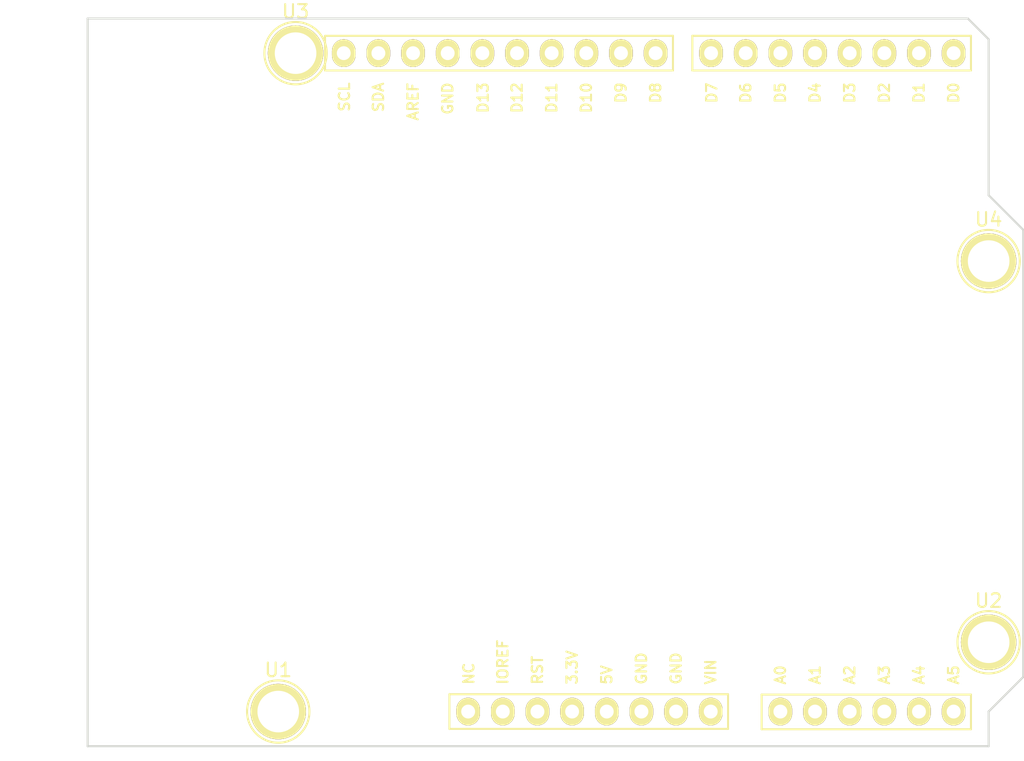
<source format=kicad_pcb>
(kicad_pcb (version 4) (host pcbnew 4.0.4+e1-6308~48~ubuntu14.04.1-stable)

  (general
    (links 5)
    (no_connects 5)
    (area 104.572999 71.338 179.653001 129.172)
    (thickness 1.6)
    (drawings 26)
    (tracks 0)
    (zones 0)
    (modules 5)
    (nets 5)
  )

  (page USLetter)
  (title_block
    (company "Released under the CERN Open Hardware License v1.2")
    (comment 1 "jenner@wickerbox.net - http://wickerbox.net")
    (comment 2 "Designed by Jenner at Wickerbox Electronics")
  )

  (layers
    (0 F.Cu signal)
    (31 B.Cu signal)
    (34 B.Paste user)
    (35 F.Paste user)
    (36 B.SilkS user)
    (37 F.SilkS user)
    (38 B.Mask user)
    (39 F.Mask user)
    (44 Edge.Cuts user)
    (46 B.CrtYd user)
    (47 F.CrtYd user)
    (48 B.Fab user)
    (49 F.Fab user)
  )

  (setup
    (last_trace_width 0.254)
    (user_trace_width 0.1524)
    (user_trace_width 0.254)
    (user_trace_width 0.3302)
    (user_trace_width 0.508)
    (user_trace_width 0.762)
    (user_trace_width 1.27)
    (trace_clearance 0.254)
    (zone_clearance 0.508)
    (zone_45_only no)
    (trace_min 0.1524)
    (segment_width 0.1524)
    (edge_width 0.1524)
    (via_size 0.6858)
    (via_drill 0.3302)
    (via_min_size 0.6858)
    (via_min_drill 0.3302)
    (user_via 0.6858 0.3302)
    (user_via 0.762 0.4064)
    (user_via 0.8636 0.508)
    (uvia_size 0.6858)
    (uvia_drill 0.3302)
    (uvias_allowed no)
    (uvia_min_size 0)
    (uvia_min_drill 0)
    (pcb_text_width 0.1524)
    (pcb_text_size 1.016 1.016)
    (mod_edge_width 0.1524)
    (mod_text_size 1.016 1.016)
    (mod_text_width 0.1524)
    (pad_size 1.524 1.524)
    (pad_drill 0.762)
    (pad_to_mask_clearance 0.0762)
    (solder_mask_min_width 0.1016)
    (pad_to_paste_clearance -0.0762)
    (aux_axis_origin 0 0)
    (visible_elements FFFEDF7D)
    (pcbplotparams
      (layerselection 0x310fc_80000001)
      (usegerberextensions true)
      (excludeedgelayer true)
      (linewidth 0.100000)
      (plotframeref false)
      (viasonmask false)
      (mode 1)
      (useauxorigin false)
      (hpglpennumber 1)
      (hpglpenspeed 20)
      (hpglpendiameter 15)
      (hpglpenoverlay 2)
      (psnegative false)
      (psa4output false)
      (plotreference true)
      (plotvalue true)
      (plotinvisibletext false)
      (padsonsilk false)
      (subtractmaskfromsilk false)
      (outputformat 1)
      (mirror false)
      (drillshape 0)
      (scaleselection 1)
      (outputdirectory gerbers))
  )

  (net 0 "")
  (net 1 GND)
  (net 2 +3V3)
  (net 3 /A4)
  (net 4 /A5)

  (net_class Default "This is the default net class."
    (clearance 0.254)
    (trace_width 0.254)
    (via_dia 0.6858)
    (via_drill 0.3302)
    (uvia_dia 0.6858)
    (uvia_drill 0.3302)
    (add_net +3V3)
    (add_net /A4)
    (add_net /A5)
    (add_net GND)
  )

  (module Wickerlib:ARDUINO-101-SHIELD locked (layer F.Cu) (tedit 57283FB2) (tstamp 5728CC97)
    (at 133.8072 123.825)
    (descr "Through hole socket strip")
    (tags "socket strip")
    (path /572986CB)
    (fp_text reference U5 (at 13.97 2.794) (layer F.SilkS) hide
      (effects (font (size 1 1) (thickness 0.15)))
    )
    (fp_text value ARDUINO-101-SHIELD (at 13.97 4.318) (layer F.Fab) hide
      (effects (font (size 1 1) (thickness 0.15)))
    )
    (fp_text user NC (at 5.1308 -2.779486 90) (layer F.SilkS)
      (effects (font (size 0.762 0.762) (thickness 0.1524)))
    )
    (fp_line (start 3.33 -1.75) (end 3.33 1.75) (layer F.CrtYd) (width 0.05))
    (fp_line (start 24.63 -1.75) (end 24.63 1.75) (layer F.CrtYd) (width 0.05))
    (fp_line (start 3.33 -1.75) (end 24.63 -1.75) (layer F.CrtYd) (width 0.05))
    (fp_line (start 3.33 1.75) (end 24.63 1.75) (layer F.CrtYd) (width 0.05))
    (fp_line (start 3.7084 1.27) (end 24.13 1.27) (layer F.SilkS) (width 0.15))
    (fp_line (start 24.13 1.27) (end 24.13 -1.27) (layer F.SilkS) (width 0.15))
    (fp_line (start 24.13 -1.27) (end 3.7084 -1.27) (layer F.SilkS) (width 0.15))
    (fp_line (start 3.7084 1.27) (end 3.7084 -1.27) (layer F.SilkS) (width 0.15))
    (fp_text user IOREF (at 7.62 -3.6322 90) (layer F.SilkS)
      (effects (font (size 0.762 0.762) (thickness 0.1524)))
    )
    (fp_text user RST (at 10.16 -3.033485 90) (layer F.SilkS)
      (effects (font (size 0.762 0.762) (thickness 0.1524)))
    )
    (fp_text user 3.3V (at 12.7 -3.233057 90) (layer F.SilkS)
      (effects (font (size 0.762 0.762) (thickness 0.1524)))
    )
    (fp_text user 5V (at 15.24 -2.688771 90) (layer F.SilkS)
      (effects (font (size 0.762 0.762) (thickness 0.1524)))
    )
    (fp_text user GND (at 17.78 -3.160486 90) (layer F.SilkS)
      (effects (font (size 0.762 0.762) (thickness 0.1524)))
    )
    (fp_text user GND (at 20.32 -3.160486 90) (layer F.SilkS)
      (effects (font (size 0.762 0.762) (thickness 0.1524)))
    )
    (fp_text user VIN (at 22.86 -2.906486 90) (layer F.SilkS)
      (effects (font (size 0.762 0.762) (thickness 0.1524)))
    )
    (fp_line (start 41.9354 -1.2446) (end 26.5938 -1.2446) (layer F.SilkS) (width 0.15))
    (fp_line (start 41.9354 1.2954) (end 41.9354 -1.2446) (layer F.SilkS) (width 0.15))
    (fp_text user A4 (at 38.1254 -2.688771 90) (layer F.SilkS)
      (effects (font (size 0.762 0.762) (thickness 0.1524)))
    )
    (fp_text user A3 (at 35.5854 -2.688771 90) (layer F.SilkS)
      (effects (font (size 0.762 0.762) (thickness 0.1524)))
    )
    (fp_text user A5 (at 40.6654 -2.688771 90) (layer F.SilkS)
      (effects (font (size 0.762 0.762) (thickness 0.1524)))
    )
    (fp_text user A0 (at 27.9654 -2.688771 90) (layer F.SilkS)
      (effects (font (size 0.762 0.762) (thickness 0.1524)))
    )
    (fp_text user A1 (at 30.5054 -2.688771 90) (layer F.SilkS)
      (effects (font (size 0.762 0.762) (thickness 0.1524)))
    )
    (fp_line (start 26.5938 1.2954) (end 41.9354 1.2954) (layer F.SilkS) (width 0.15))
    (fp_line (start 26.5938 1.2954) (end 26.5938 -1.2446) (layer F.SilkS) (width 0.15))
    (fp_text user A2 (at 33.0454 -2.688771 90) (layer F.SilkS)
      (effects (font (size 0.762 0.762) (thickness 0.1524)))
    )
    (fp_line (start 26.2154 -1.7246) (end 42.4354 -1.7246) (layer F.CrtYd) (width 0.05))
    (fp_line (start 26.2154 -1.7246) (end 26.2154 1.7754) (layer F.CrtYd) (width 0.05))
    (fp_line (start 42.4354 -1.7246) (end 42.4354 1.7754) (layer F.CrtYd) (width 0.05))
    (fp_line (start 26.2154 1.7754) (end 42.4354 1.7754) (layer F.CrtYd) (width 0.05))
    (fp_text user D2 (at 35.5854 -45.349886 90) (layer F.SilkS)
      (effects (font (size 0.762 0.762) (thickness 0.1524)))
    )
    (fp_line (start 41.9354 -46.99) (end 41.9354 -49.53) (layer F.SilkS) (width 0.15))
    (fp_text user D0 (at 40.6654 -45.349886 90) (layer F.SilkS)
      (effects (font (size 0.762 0.762) (thickness 0.1524)))
    )
    (fp_text user D1 (at 38.1254 -45.349886 90) (layer F.SilkS)
      (effects (font (size 0.762 0.762) (thickness 0.1524)))
    )
    (fp_line (start 41.9354 -49.53) (end 21.5138 -49.53) (layer F.SilkS) (width 0.15))
    (fp_text user D4 (at 30.5054 -45.349886 90) (layer F.SilkS)
      (effects (font (size 0.762 0.762) (thickness 0.1524)))
    )
    (fp_text user D5 (at 27.9654 -45.349886 90) (layer F.SilkS)
      (effects (font (size 0.762 0.762) (thickness 0.1524)))
    )
    (fp_line (start 21.5138 -46.99) (end 21.5138 -49.53) (layer F.SilkS) (width 0.15))
    (fp_text user D6 (at 25.4254 -45.349886 90) (layer F.SilkS)
      (effects (font (size 0.762 0.762) (thickness 0.1524)))
    )
    (fp_text user D7 (at 22.9362 -45.349886 90) (layer F.SilkS)
      (effects (font (size 0.762 0.762) (thickness 0.1524)))
    )
    (fp_line (start 21.5138 -46.99) (end 41.9354 -46.99) (layer F.SilkS) (width 0.15))
    (fp_text user D3 (at 33.0454 -45.349886 90) (layer F.SilkS)
      (effects (font (size 0.762 0.762) (thickness 0.1524)))
    )
    (fp_line (start 21.1354 -50.01) (end 21.1354 -46.51) (layer F.CrtYd) (width 0.05))
    (fp_line (start 42.4354 -50.01) (end 42.4354 -46.51) (layer F.CrtYd) (width 0.05))
    (fp_line (start 21.1354 -50.01) (end 42.4354 -50.01) (layer F.CrtYd) (width 0.05))
    (fp_line (start 21.1354 -46.51) (end 42.4354 -46.51) (layer F.CrtYd) (width 0.05))
    (fp_line (start 20.0914 -49.53) (end -5.3848 -49.53) (layer F.SilkS) (width 0.15))
    (fp_text user D10 (at 13.7414 -44.987029 90) (layer F.SilkS)
      (effects (font (size 0.762 0.762) (thickness 0.1524)))
    )
    (fp_text user D12 (at 8.6614 -44.987029 90) (layer F.SilkS)
      (effects (font (size 0.762 0.762) (thickness 0.1524)))
    )
    (fp_line (start -5.3848 -46.99) (end 20.0914 -46.99) (layer F.SilkS) (width 0.15))
    (fp_text user D9 (at 16.2814 -45.349886 90) (layer F.SilkS)
      (effects (font (size 0.762 0.762) (thickness 0.1524)))
    )
    (fp_text user D8 (at 18.8214 -45.349886 90) (layer F.SilkS)
      (effects (font (size 0.762 0.762) (thickness 0.1524)))
    )
    (fp_line (start 20.0914 -46.99) (end 20.0914 -49.53) (layer F.SilkS) (width 0.15))
    (fp_text user D11 (at 11.2014 -44.987029 90) (layer F.SilkS)
      (effects (font (size 0.762 0.762) (thickness 0.1524)))
    )
    (fp_line (start -5.4102 -46.99) (end -5.4102 -49.53) (layer F.SilkS) (width 0.15))
    (fp_text user D13 (at 6.1722 -44.987029 90) (layer F.SilkS)
      (effects (font (size 0.762 0.762) (thickness 0.1524)))
    )
    (fp_line (start -5.7912 -49.9872) (end 20.5914 -49.9872) (layer F.CrtYd) (width 0.05))
    (fp_line (start 20.5914 -50.01) (end 20.5914 -46.51) (layer F.CrtYd) (width 0.05))
    (fp_line (start -5.7912 -49.9872) (end -5.7912 -46.5074) (layer F.CrtYd) (width 0.05))
    (fp_line (start -5.7912 -46.5074) (end 20.5914 -46.51) (layer F.CrtYd) (width 0.05))
    (fp_text user GND (at 3.5814 -44.9326 90) (layer F.SilkS)
      (effects (font (size 0.762 0.762) (thickness 0.1524)))
    )
    (fp_text user SDA (at -1.4986 -45.023314 90) (layer F.SilkS)
      (effects (font (size 0.762 0.762) (thickness 0.1524)))
    )
    (fp_text user AREF (at 1.0414 -44.714885 90) (layer F.SilkS)
      (effects (font (size 0.762 0.762) (thickness 0.1524)))
    )
    (fp_text user SCL (at -3.9878 -45.041457 90) (layer F.SilkS)
      (effects (font (size 0.762 0.762) (thickness 0.1524)))
    )
    (pad NC thru_hole oval (at 5.08 0) (size 1.7272 2.032) (drill 1.016) (layers *.Cu *.Mask F.SilkS))
    (pad IO thru_hole oval (at 7.62 0) (size 1.7272 2.032) (drill 1.016) (layers *.Cu *.Mask F.SilkS))
    (pad RST thru_hole oval (at 10.16 0) (size 1.7272 2.032) (drill 1.016) (layers *.Cu *.Mask F.SilkS))
    (pad 3V3 thru_hole oval (at 12.7 0) (size 1.7272 2.032) (drill 1.016) (layers *.Cu *.Mask F.SilkS)
      (net 2 +3V3))
    (pad 5V thru_hole oval (at 15.24 0) (size 1.7272 2.032) (drill 1.016) (layers *.Cu *.Mask F.SilkS))
    (pad GND1 thru_hole oval (at 17.78 0) (size 1.7272 2.032) (drill 1.016) (layers *.Cu *.Mask F.SilkS)
      (net 1 GND))
    (pad GND2 thru_hole oval (at 20.32 0) (size 1.7272 2.032) (drill 1.016) (layers *.Cu *.Mask F.SilkS)
      (net 1 GND))
    (pad VIN thru_hole oval (at 22.86 0) (size 1.7272 2.032) (drill 1.016) (layers *.Cu *.Mask F.SilkS))
    (pad A0 thru_hole oval (at 27.9654 0) (size 1.7272 2.032) (drill 1.016) (layers *.Cu *.Mask F.SilkS))
    (pad A1 thru_hole oval (at 30.5054 0) (size 1.7272 2.032) (drill 1.016) (layers *.Cu *.Mask F.SilkS))
    (pad A2 thru_hole oval (at 33.0454 0) (size 1.7272 2.032) (drill 1.016) (layers *.Cu *.Mask F.SilkS))
    (pad A5 thru_hole oval (at 40.6654 0) (size 1.7272 2.032) (drill 1.016) (layers *.Cu *.Mask F.SilkS)
      (net 4 /A5))
    (pad A4 thru_hole oval (at 38.1254 0) (size 1.7272 2.032) (drill 1.016) (layers *.Cu *.Mask F.SilkS)
      (net 3 /A4))
    (pad A3 thru_hole oval (at 35.5854 0) (size 1.7272 2.032) (drill 1.016) (layers *.Cu *.Mask F.SilkS))
    (pad D1 thru_hole oval (at 38.1254 -48.26) (size 1.7272 2.032) (drill 1.016) (layers *.Cu *.Mask F.SilkS))
    (pad D0 thru_hole oval (at 40.6654 -48.26) (size 1.7272 2.032) (drill 1.016) (layers *.Cu *.Mask F.SilkS))
    (pad D5 thru_hole oval (at 27.9654 -48.26) (size 1.7272 2.032) (drill 1.016) (layers *.Cu *.Mask F.SilkS))
    (pad D4 thru_hole oval (at 30.5054 -48.26) (size 1.7272 2.032) (drill 1.016) (layers *.Cu *.Mask F.SilkS))
    (pad D6 thru_hole oval (at 25.4254 -48.26) (size 1.7272 2.032) (drill 1.016) (layers *.Cu *.Mask F.SilkS))
    (pad D7 thru_hole oval (at 22.8854 -48.26) (size 1.7272 2.032) (drill 1.016) (layers *.Cu *.Mask F.SilkS))
    (pad D3 thru_hole oval (at 33.0454 -48.26) (size 1.7272 2.032) (drill 1.016) (layers *.Cu *.Mask F.SilkS))
    (pad D2 thru_hole oval (at 35.5854 -48.26) (size 1.7272 2.032) (drill 1.016) (layers *.Cu *.Mask F.SilkS))
    (pad D13 thru_hole oval (at 6.1214 -48.26) (size 1.7272 2.032) (drill 1.016) (layers *.Cu *.Mask F.SilkS))
    (pad D12 thru_hole oval (at 8.6614 -48.26) (size 1.7272 2.032) (drill 1.016) (layers *.Cu *.Mask F.SilkS))
    (pad D11 thru_hole oval (at 11.2014 -48.26) (size 1.7272 2.032) (drill 1.016) (layers *.Cu *.Mask F.SilkS))
    (pad D8 thru_hole oval (at 18.8214 -48.26) (size 1.7272 2.032) (drill 1.016) (layers *.Cu *.Mask F.SilkS))
    (pad D9 thru_hole oval (at 16.2814 -48.26) (size 1.7272 2.032) (drill 1.016) (layers *.Cu *.Mask F.SilkS))
    (pad D10 thru_hole oval (at 13.7414 -48.26) (size 1.7272 2.032) (drill 1.016) (layers *.Cu *.Mask F.SilkS))
    (pad AREF thru_hole oval (at 1.0414 -48.26) (size 1.7272 2.032) (drill 1.016) (layers *.Cu *.Mask F.SilkS)
      (net 2 +3V3))
    (pad GND3 thru_hole oval (at 3.5814 -48.26) (size 1.7272 2.032) (drill 1.016) (layers *.Cu *.Mask F.SilkS)
      (net 1 GND))
    (pad SCL thru_hole oval (at -4.0386 -48.26) (size 1.7272 2.032) (drill 1.016) (layers *.Cu *.Mask F.SilkS)
      (net 4 /A5))
    (pad SDA thru_hole oval (at -1.4986 -48.26) (size 1.7272 2.032) (drill 1.016) (layers *.Cu *.Mask F.SilkS)
      (net 3 /A4))
    (pad H1 thru_hole circle (at -7.62 -48.2092) (size 1.7272 1.7272) (drill 1.016) (layers *.Cu *.Mask F.SilkS))
    (model ${KIPRJMOD}/Socket_Arduino_Uno.3dshapes/Socket_header_Arduino_1x08.wrl
      (at (xyz 0.35 0 0))
      (scale (xyz 1 1 1))
      (rotate (xyz 0 0 180))
    )
  )

  (module ARDUINO-MOUNTING-HOLE locked (layer F.Cu) (tedit 0) (tstamp 572896E9)
    (at 124.968 123.825)
    (descr "module 1 pin (ou trou mecanique de percage)")
    (tags DEV)
    (path /57282130)
    (fp_text reference U1 (at 0 -3.048) (layer F.SilkS)
      (effects (font (size 1 1) (thickness 0.15)))
    )
    (fp_text value HOLE (at 0 2.794) (layer F.Fab)
      (effects (font (size 1 1) (thickness 0.15)))
    )
    (fp_circle (center 0 0) (end 0 -2.286) (layer F.SilkS) (width 0.15))
    (pad 1 thru_hole circle (at 0 0) (size 4.064 4.064) (drill 3.048) (layers *.Cu *.Mask F.SilkS))
  )

  (module ARDUINO-MOUNTING-HOLE locked (layer F.Cu) (tedit 0) (tstamp 572896EE)
    (at 177.038 118.745)
    (descr "module 1 pin (ou trou mecanique de percage)")
    (tags DEV)
    (path /57290D61)
    (fp_text reference U2 (at 0 -3.048) (layer F.SilkS)
      (effects (font (size 1 1) (thickness 0.15)))
    )
    (fp_text value HOLE (at 0 2.794) (layer F.Fab)
      (effects (font (size 1 1) (thickness 0.15)))
    )
    (fp_circle (center 0 0) (end 0 -2.286) (layer F.SilkS) (width 0.15))
    (pad 1 thru_hole circle (at 0 0) (size 4.064 4.064) (drill 3.048) (layers *.Cu *.Mask F.SilkS))
  )

  (module ARDUINO-MOUNTING-HOLE locked (layer F.Cu) (tedit 0) (tstamp 572896F3)
    (at 126.238 75.565)
    (descr "module 1 pin (ou trou mecanique de percage)")
    (tags DEV)
    (path /57290D9E)
    (fp_text reference U3 (at 0 -3.048) (layer F.SilkS)
      (effects (font (size 1 1) (thickness 0.15)))
    )
    (fp_text value HOLE (at 0 2.794) (layer F.Fab)
      (effects (font (size 1 1) (thickness 0.15)))
    )
    (fp_circle (center 0 0) (end 0 -2.286) (layer F.SilkS) (width 0.15))
    (pad 1 thru_hole circle (at 0 0) (size 4.064 4.064) (drill 3.048) (layers *.Cu *.Mask F.SilkS))
  )

  (module ARDUINO-MOUNTING-HOLE locked (layer F.Cu) (tedit 0) (tstamp 572896F8)
    (at 177.038 90.805)
    (descr "module 1 pin (ou trou mecanique de percage)")
    (tags DEV)
    (path /57290DDB)
    (fp_text reference U4 (at 0 -3.048) (layer F.SilkS)
      (effects (font (size 1 1) (thickness 0.15)))
    )
    (fp_text value HOLE (at 0 2.794) (layer F.Fab)
      (effects (font (size 1 1) (thickness 0.15)))
    )
    (fp_circle (center 0 0) (end 0 -2.286) (layer F.SilkS) (width 0.15))
    (pad 1 thru_hole circle (at 0 0) (size 4.064 4.064) (drill 3.048) (layers *.Cu *.Mask F.SilkS))
  )

  (gr_circle (center 117.348 76.962) (end 118.618 76.962) (layer Dwgs.User) (width 0.15))
  (gr_line (start 114.427 78.994) (end 114.427 74.93) (angle 90) (layer Dwgs.User) (width 0.15))
  (gr_line (start 120.269 78.994) (end 114.427 78.994) (angle 90) (layer Dwgs.User) (width 0.15))
  (gr_line (start 120.269 74.93) (end 120.269 78.994) (angle 90) (layer Dwgs.User) (width 0.15))
  (gr_line (start 114.427 74.93) (end 120.269 74.93) (angle 90) (layer Dwgs.User) (width 0.15))
  (gr_line (start 120.523 93.98) (end 104.648 93.98) (angle 90) (layer Dwgs.User) (width 0.15))
  (gr_line (start 177.038 74.549) (end 175.514 73.025) (angle 90) (layer Edge.Cuts) (width 0.15))
  (gr_line (start 177.038 85.979) (end 177.038 74.549) (angle 90) (layer Edge.Cuts) (width 0.15))
  (gr_line (start 179.578 88.519) (end 177.038 85.979) (angle 90) (layer Edge.Cuts) (width 0.15))
  (gr_line (start 179.578 121.285) (end 179.578 88.519) (angle 90) (layer Edge.Cuts) (width 0.15))
  (gr_line (start 177.038 123.825) (end 179.578 121.285) (angle 90) (layer Edge.Cuts) (width 0.15))
  (gr_line (start 177.038 126.365) (end 177.038 123.825) (angle 90) (layer Edge.Cuts) (width 0.15))
  (gr_line (start 110.998 126.365) (end 177.038 126.365) (angle 90) (layer Edge.Cuts) (width 0.15))
  (gr_line (start 110.998 73.025) (end 110.998 126.365) (angle 90) (layer Edge.Cuts) (width 0.15))
  (gr_line (start 175.514 73.025) (end 110.998 73.025) (angle 90) (layer Edge.Cuts) (width 0.15))
  (gr_line (start 173.355 102.235) (end 173.355 94.615) (angle 90) (layer Dwgs.User) (width 0.15))
  (gr_line (start 178.435 102.235) (end 173.355 102.235) (angle 90) (layer Dwgs.User) (width 0.15))
  (gr_line (start 178.435 94.615) (end 178.435 102.235) (angle 90) (layer Dwgs.User) (width 0.15))
  (gr_line (start 173.355 94.615) (end 178.435 94.615) (angle 90) (layer Dwgs.User) (width 0.15))
  (gr_line (start 109.093 123.19) (end 109.093 114.3) (angle 90) (layer Dwgs.User) (width 0.15))
  (gr_line (start 122.428 123.19) (end 109.093 123.19) (angle 90) (layer Dwgs.User) (width 0.15))
  (gr_line (start 122.428 114.3) (end 122.428 123.19) (angle 90) (layer Dwgs.User) (width 0.15))
  (gr_line (start 109.093 114.3) (end 122.428 114.3) (angle 90) (layer Dwgs.User) (width 0.15))
  (gr_line (start 104.648 93.98) (end 104.648 82.55) (angle 90) (layer Dwgs.User) (width 0.15))
  (gr_line (start 120.523 82.55) (end 120.523 93.98) (angle 90) (layer Dwgs.User) (width 0.15))
  (gr_line (start 104.648 82.55) (end 120.523 82.55) (angle 90) (layer Dwgs.User) (width 0.15))

)

</source>
